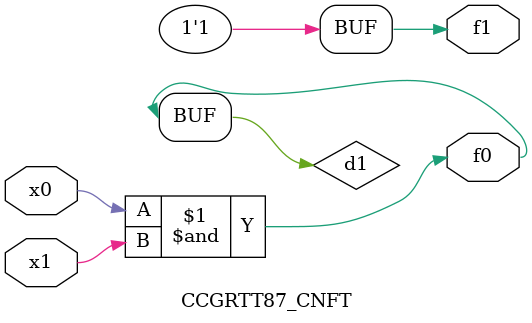
<source format=v>
module CCGRTT87_CNFT(
	input x0, x1,
	output f0, f1
);

	wire d1;

	assign f0 = d1;
	and (d1, x0, x1);
	assign f1 = 1'b1;
endmodule

</source>
